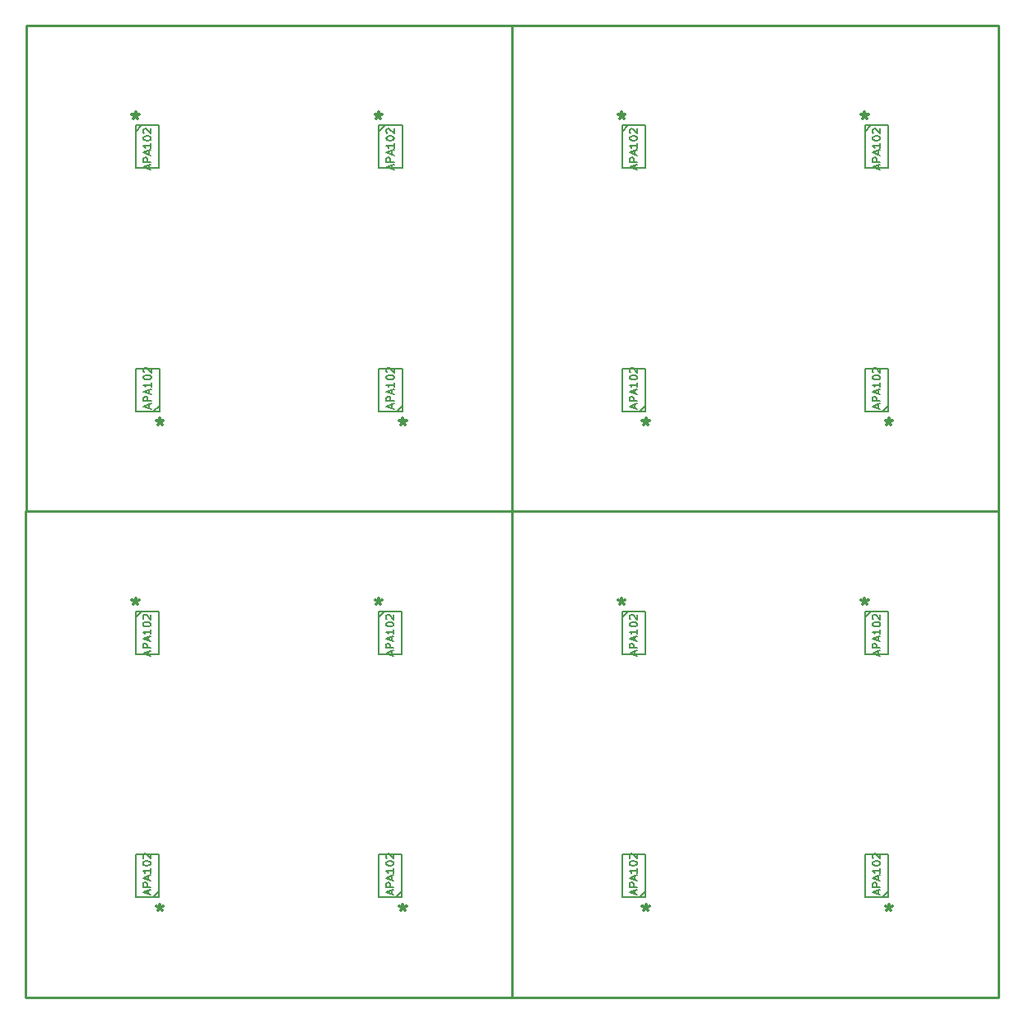
<source format=gbr>
G04 #@! TF.FileFunction,Legend,Top*
%FSLAX46Y46*%
G04 Gerber Fmt 4.6, Leading zero omitted, Abs format (unit mm)*
G04 Created by KiCad (PCBNEW 4.0.2-stable) date Onsdag 20 Juli 2016 10:28:16*
%MOMM*%
G01*
G04 APERTURE LIST*
%ADD10C,0.100000*%
%ADD11C,0.300000*%
%ADD12C,0.254000*%
%ADD13C,0.150000*%
G04 APERTURE END LIST*
D10*
D11*
X63750001Y-140428571D02*
X63750001Y-140785714D01*
X63392858Y-140642857D02*
X63750001Y-140785714D01*
X64107143Y-140642857D01*
X63535715Y-141071429D02*
X63750001Y-140785714D01*
X63964286Y-141071429D01*
X88750001Y-140428571D02*
X88750001Y-140785714D01*
X88392858Y-140642857D02*
X88750001Y-140785714D01*
X89107143Y-140642857D01*
X88535715Y-141071429D02*
X88750001Y-140785714D01*
X88964286Y-141071429D01*
X113750001Y-140428571D02*
X113750001Y-140785714D01*
X113392858Y-140642857D02*
X113750001Y-140785714D01*
X114107143Y-140642857D01*
X113535715Y-141071429D02*
X113750001Y-140785714D01*
X113964286Y-141071429D01*
X138750001Y-140428571D02*
X138750001Y-140785714D01*
X138392858Y-140642857D02*
X138750001Y-140785714D01*
X139107143Y-140642857D01*
X138535715Y-141071429D02*
X138750001Y-140785714D01*
X138964286Y-141071429D01*
X63750001Y-90428571D02*
X63750001Y-90785714D01*
X63392858Y-90642857D02*
X63750001Y-90785714D01*
X64107143Y-90642857D01*
X63535715Y-91071429D02*
X63750001Y-90785714D01*
X63964286Y-91071429D01*
X88750001Y-90428571D02*
X88750001Y-90785714D01*
X88392858Y-90642857D02*
X88750001Y-90785714D01*
X89107143Y-90642857D01*
X88535715Y-91071429D02*
X88750001Y-90785714D01*
X88964286Y-91071429D01*
X113750001Y-90428571D02*
X113750001Y-90785714D01*
X113392858Y-90642857D02*
X113750001Y-90785714D01*
X114107143Y-90642857D01*
X113535715Y-91071429D02*
X113750001Y-90785714D01*
X113964286Y-91071429D01*
X138750001Y-90428571D02*
X138750001Y-90785714D01*
X138392858Y-90642857D02*
X138750001Y-90785714D01*
X139107143Y-90642857D01*
X138535715Y-91071429D02*
X138750001Y-90785714D01*
X138964286Y-91071429D01*
X61250001Y-108928571D02*
X61250001Y-109285714D01*
X60892858Y-109142857D02*
X61250001Y-109285714D01*
X61607143Y-109142857D01*
X61035715Y-109571429D02*
X61250001Y-109285714D01*
X61464286Y-109571429D01*
X86250001Y-108928571D02*
X86250001Y-109285714D01*
X85892858Y-109142857D02*
X86250001Y-109285714D01*
X86607143Y-109142857D01*
X86035715Y-109571429D02*
X86250001Y-109285714D01*
X86464286Y-109571429D01*
X111250001Y-108928571D02*
X111250001Y-109285714D01*
X110892858Y-109142857D02*
X111250001Y-109285714D01*
X111607143Y-109142857D01*
X111035715Y-109571429D02*
X111250001Y-109285714D01*
X111464286Y-109571429D01*
X136250001Y-108928571D02*
X136250001Y-109285714D01*
X135892858Y-109142857D02*
X136250001Y-109285714D01*
X136607143Y-109142857D01*
X136035715Y-109571429D02*
X136250001Y-109285714D01*
X136464286Y-109571429D01*
X136250001Y-58928571D02*
X136250001Y-59285714D01*
X135892858Y-59142857D02*
X136250001Y-59285714D01*
X136607143Y-59142857D01*
X136035715Y-59571429D02*
X136250001Y-59285714D01*
X136464286Y-59571429D01*
X111250001Y-58928571D02*
X111250001Y-59285714D01*
X110892858Y-59142857D02*
X111250001Y-59285714D01*
X111607143Y-59142857D01*
X111035715Y-59571429D02*
X111250001Y-59285714D01*
X111464286Y-59571429D01*
X86250001Y-58928571D02*
X86250001Y-59285714D01*
X85892858Y-59142857D02*
X86250001Y-59285714D01*
X86607143Y-59142857D01*
X86035715Y-59571429D02*
X86250001Y-59285714D01*
X86464286Y-59571429D01*
X61250001Y-58928571D02*
X61250001Y-59285714D01*
X60892858Y-59142857D02*
X61250001Y-59285714D01*
X61607143Y-59142857D01*
X61035715Y-59571429D02*
X61250001Y-59285714D01*
X61464286Y-59571429D01*
D12*
X50000000Y-100000000D02*
X50000000Y-50000000D01*
X50000000Y-50000000D02*
X100000000Y-50000000D01*
X100000000Y-50000000D02*
X100000000Y-100000000D01*
X100000000Y-100000000D02*
X50000000Y-100000000D01*
X100000000Y-100000000D02*
X100000000Y-50000000D01*
X100000000Y-50000000D02*
X150000000Y-50000000D01*
X150000000Y-50000000D02*
X150000000Y-100000000D01*
X150000000Y-100000000D02*
X100000000Y-100000000D01*
X49952000Y-150001000D02*
X49952000Y-100001000D01*
X49952000Y-100001000D02*
X99952000Y-100001000D01*
X99952000Y-100001000D02*
X99952000Y-150001000D01*
X99952000Y-150001000D02*
X49952000Y-150001000D01*
X100000000Y-150000000D02*
X100000000Y-100000000D01*
X100000000Y-100000000D02*
X150000000Y-100000000D01*
X150000000Y-100000000D02*
X150000000Y-150000000D01*
X150000000Y-150000000D02*
X100000000Y-150000000D01*
D13*
X61890000Y-60300000D02*
X61290000Y-60900000D01*
X61290000Y-64700000D02*
X61290000Y-60700000D01*
X63690000Y-60300000D02*
X63690000Y-64700000D01*
X61290000Y-60700000D02*
X61290000Y-60300000D01*
X63690000Y-64700000D02*
X61290000Y-64700000D01*
X63690000Y-60300000D02*
X61290000Y-60300000D01*
X86900000Y-60300000D02*
X86300000Y-60900000D01*
X86300000Y-64700000D02*
X86300000Y-60700000D01*
X88700000Y-60300000D02*
X88700000Y-64700000D01*
X86300000Y-60700000D02*
X86300000Y-60300000D01*
X88700000Y-64700000D02*
X86300000Y-64700000D01*
X88700000Y-60300000D02*
X86300000Y-60300000D01*
X111900000Y-60300000D02*
X111300000Y-60900000D01*
X111300000Y-64700000D02*
X111300000Y-60700000D01*
X113700000Y-60300000D02*
X113700000Y-64700000D01*
X111300000Y-60700000D02*
X111300000Y-60300000D01*
X113700000Y-64700000D02*
X111300000Y-64700000D01*
X113700000Y-60300000D02*
X111300000Y-60300000D01*
X136890000Y-60300000D02*
X136290000Y-60900000D01*
X136290000Y-64700000D02*
X136290000Y-60700000D01*
X138690000Y-60300000D02*
X138690000Y-64700000D01*
X136290000Y-60700000D02*
X136290000Y-60300000D01*
X138690000Y-64700000D02*
X136290000Y-64700000D01*
X138690000Y-60300000D02*
X136290000Y-60300000D01*
X138090000Y-89700000D02*
X138690000Y-89100000D01*
X138690000Y-85300000D02*
X138690000Y-89300000D01*
X136290000Y-89700000D02*
X136290000Y-85300000D01*
X138690000Y-89300000D02*
X138690000Y-89700000D01*
X136290000Y-85300000D02*
X138690000Y-85300000D01*
X136290000Y-89700000D02*
X138690000Y-89700000D01*
X113100000Y-89700000D02*
X113700000Y-89100000D01*
X113700000Y-85300000D02*
X113700000Y-89300000D01*
X111300000Y-89700000D02*
X111300000Y-85300000D01*
X113700000Y-89300000D02*
X113700000Y-89700000D01*
X111300000Y-85300000D02*
X113700000Y-85300000D01*
X111300000Y-89700000D02*
X113700000Y-89700000D01*
X88100000Y-89700000D02*
X88700000Y-89100000D01*
X88700000Y-85300000D02*
X88700000Y-89300000D01*
X86300000Y-89700000D02*
X86300000Y-85300000D01*
X88700000Y-89300000D02*
X88700000Y-89700000D01*
X86300000Y-85300000D02*
X88700000Y-85300000D01*
X86300000Y-89700000D02*
X88700000Y-89700000D01*
X63100000Y-89700000D02*
X63700000Y-89100000D01*
X63700000Y-85300000D02*
X63700000Y-89300000D01*
X61300000Y-89700000D02*
X61300000Y-85300000D01*
X63700000Y-89300000D02*
X63700000Y-89700000D01*
X61300000Y-85300000D02*
X63700000Y-85300000D01*
X61300000Y-89700000D02*
X63700000Y-89700000D01*
X61850000Y-110310000D02*
X61250000Y-110910000D01*
X61250000Y-114710000D02*
X61250000Y-110710000D01*
X63650000Y-110310000D02*
X63650000Y-114710000D01*
X61250000Y-110710000D02*
X61250000Y-110310000D01*
X63650000Y-114710000D02*
X61250000Y-114710000D01*
X63650000Y-110310000D02*
X61250000Y-110310000D01*
X86850000Y-110300000D02*
X86250000Y-110900000D01*
X86250000Y-114700000D02*
X86250000Y-110700000D01*
X88650000Y-110300000D02*
X88650000Y-114700000D01*
X86250000Y-110700000D02*
X86250000Y-110300000D01*
X88650000Y-114700000D02*
X86250000Y-114700000D01*
X88650000Y-110300000D02*
X86250000Y-110300000D01*
X111900000Y-110300000D02*
X111300000Y-110900000D01*
X111300000Y-114700000D02*
X111300000Y-110700000D01*
X113700000Y-110300000D02*
X113700000Y-114700000D01*
X111300000Y-110700000D02*
X111300000Y-110300000D01*
X113700000Y-114700000D02*
X111300000Y-114700000D01*
X113700000Y-110300000D02*
X111300000Y-110300000D01*
X136900000Y-110300000D02*
X136300000Y-110900000D01*
X136300000Y-114700000D02*
X136300000Y-110700000D01*
X138700000Y-110300000D02*
X138700000Y-114700000D01*
X136300000Y-110700000D02*
X136300000Y-110300000D01*
X138700000Y-114700000D02*
X136300000Y-114700000D01*
X138700000Y-110300000D02*
X136300000Y-110300000D01*
X138090000Y-139700000D02*
X138690000Y-139100000D01*
X138690000Y-135300000D02*
X138690000Y-139300000D01*
X136290000Y-139700000D02*
X136290000Y-135300000D01*
X138690000Y-139300000D02*
X138690000Y-139700000D01*
X136290000Y-135300000D02*
X138690000Y-135300000D01*
X136290000Y-139700000D02*
X138690000Y-139700000D01*
X113090000Y-139700000D02*
X113690000Y-139100000D01*
X113690000Y-135300000D02*
X113690000Y-139300000D01*
X111290000Y-139700000D02*
X111290000Y-135300000D01*
X113690000Y-139300000D02*
X113690000Y-139700000D01*
X111290000Y-135300000D02*
X113690000Y-135300000D01*
X111290000Y-139700000D02*
X113690000Y-139700000D01*
X88050000Y-139700000D02*
X88650000Y-139100000D01*
X88650000Y-135300000D02*
X88650000Y-139300000D01*
X86250000Y-139700000D02*
X86250000Y-135300000D01*
X88650000Y-139300000D02*
X88650000Y-139700000D01*
X86250000Y-135300000D02*
X88650000Y-135300000D01*
X86250000Y-139700000D02*
X88650000Y-139700000D01*
X63050000Y-139700000D02*
X63650000Y-139100000D01*
X63650000Y-135300000D02*
X63650000Y-139300000D01*
X61250000Y-139700000D02*
X61250000Y-135300000D01*
X63650000Y-139300000D02*
X63650000Y-139700000D01*
X61250000Y-135300000D02*
X63650000Y-135300000D01*
X61250000Y-139700000D02*
X63650000Y-139700000D01*
X62623333Y-64776190D02*
X62623333Y-64395238D01*
X62851905Y-64852381D02*
X62051905Y-64585714D01*
X62851905Y-64319047D01*
X62851905Y-64052381D02*
X62051905Y-64052381D01*
X62051905Y-63747619D01*
X62090000Y-63671428D01*
X62128095Y-63633333D01*
X62204286Y-63595238D01*
X62318571Y-63595238D01*
X62394762Y-63633333D01*
X62432857Y-63671428D01*
X62470952Y-63747619D01*
X62470952Y-64052381D01*
X62623333Y-63290476D02*
X62623333Y-62909524D01*
X62851905Y-63366667D02*
X62051905Y-63100000D01*
X62851905Y-62833333D01*
X62851905Y-62147619D02*
X62851905Y-62604762D01*
X62851905Y-62376191D02*
X62051905Y-62376191D01*
X62166190Y-62452381D01*
X62242381Y-62528572D01*
X62280476Y-62604762D01*
X62051905Y-61652381D02*
X62051905Y-61576190D01*
X62090000Y-61500000D01*
X62128095Y-61461905D01*
X62204286Y-61423809D01*
X62356667Y-61385714D01*
X62547143Y-61385714D01*
X62699524Y-61423809D01*
X62775714Y-61461905D01*
X62813810Y-61500000D01*
X62851905Y-61576190D01*
X62851905Y-61652381D01*
X62813810Y-61728571D01*
X62775714Y-61766667D01*
X62699524Y-61804762D01*
X62547143Y-61842857D01*
X62356667Y-61842857D01*
X62204286Y-61804762D01*
X62128095Y-61766667D01*
X62090000Y-61728571D01*
X62051905Y-61652381D01*
X62128095Y-61080952D02*
X62090000Y-61042857D01*
X62051905Y-60966666D01*
X62051905Y-60776190D01*
X62090000Y-60700000D01*
X62128095Y-60661904D01*
X62204286Y-60623809D01*
X62280476Y-60623809D01*
X62394762Y-60661904D01*
X62851905Y-61119047D01*
X62851905Y-60623809D01*
X87633333Y-64776190D02*
X87633333Y-64395238D01*
X87861905Y-64852381D02*
X87061905Y-64585714D01*
X87861905Y-64319047D01*
X87861905Y-64052381D02*
X87061905Y-64052381D01*
X87061905Y-63747619D01*
X87100000Y-63671428D01*
X87138095Y-63633333D01*
X87214286Y-63595238D01*
X87328571Y-63595238D01*
X87404762Y-63633333D01*
X87442857Y-63671428D01*
X87480952Y-63747619D01*
X87480952Y-64052381D01*
X87633333Y-63290476D02*
X87633333Y-62909524D01*
X87861905Y-63366667D02*
X87061905Y-63100000D01*
X87861905Y-62833333D01*
X87861905Y-62147619D02*
X87861905Y-62604762D01*
X87861905Y-62376191D02*
X87061905Y-62376191D01*
X87176190Y-62452381D01*
X87252381Y-62528572D01*
X87290476Y-62604762D01*
X87061905Y-61652381D02*
X87061905Y-61576190D01*
X87100000Y-61500000D01*
X87138095Y-61461905D01*
X87214286Y-61423809D01*
X87366667Y-61385714D01*
X87557143Y-61385714D01*
X87709524Y-61423809D01*
X87785714Y-61461905D01*
X87823810Y-61500000D01*
X87861905Y-61576190D01*
X87861905Y-61652381D01*
X87823810Y-61728571D01*
X87785714Y-61766667D01*
X87709524Y-61804762D01*
X87557143Y-61842857D01*
X87366667Y-61842857D01*
X87214286Y-61804762D01*
X87138095Y-61766667D01*
X87100000Y-61728571D01*
X87061905Y-61652381D01*
X87138095Y-61080952D02*
X87100000Y-61042857D01*
X87061905Y-60966666D01*
X87061905Y-60776190D01*
X87100000Y-60700000D01*
X87138095Y-60661904D01*
X87214286Y-60623809D01*
X87290476Y-60623809D01*
X87404762Y-60661904D01*
X87861905Y-61119047D01*
X87861905Y-60623809D01*
X112633333Y-64776190D02*
X112633333Y-64395238D01*
X112861905Y-64852381D02*
X112061905Y-64585714D01*
X112861905Y-64319047D01*
X112861905Y-64052381D02*
X112061905Y-64052381D01*
X112061905Y-63747619D01*
X112100000Y-63671428D01*
X112138095Y-63633333D01*
X112214286Y-63595238D01*
X112328571Y-63595238D01*
X112404762Y-63633333D01*
X112442857Y-63671428D01*
X112480952Y-63747619D01*
X112480952Y-64052381D01*
X112633333Y-63290476D02*
X112633333Y-62909524D01*
X112861905Y-63366667D02*
X112061905Y-63100000D01*
X112861905Y-62833333D01*
X112861905Y-62147619D02*
X112861905Y-62604762D01*
X112861905Y-62376191D02*
X112061905Y-62376191D01*
X112176190Y-62452381D01*
X112252381Y-62528572D01*
X112290476Y-62604762D01*
X112061905Y-61652381D02*
X112061905Y-61576190D01*
X112100000Y-61500000D01*
X112138095Y-61461905D01*
X112214286Y-61423809D01*
X112366667Y-61385714D01*
X112557143Y-61385714D01*
X112709524Y-61423809D01*
X112785714Y-61461905D01*
X112823810Y-61500000D01*
X112861905Y-61576190D01*
X112861905Y-61652381D01*
X112823810Y-61728571D01*
X112785714Y-61766667D01*
X112709524Y-61804762D01*
X112557143Y-61842857D01*
X112366667Y-61842857D01*
X112214286Y-61804762D01*
X112138095Y-61766667D01*
X112100000Y-61728571D01*
X112061905Y-61652381D01*
X112138095Y-61080952D02*
X112100000Y-61042857D01*
X112061905Y-60966666D01*
X112061905Y-60776190D01*
X112100000Y-60700000D01*
X112138095Y-60661904D01*
X112214286Y-60623809D01*
X112290476Y-60623809D01*
X112404762Y-60661904D01*
X112861905Y-61119047D01*
X112861905Y-60623809D01*
X137623333Y-64776190D02*
X137623333Y-64395238D01*
X137851905Y-64852381D02*
X137051905Y-64585714D01*
X137851905Y-64319047D01*
X137851905Y-64052381D02*
X137051905Y-64052381D01*
X137051905Y-63747619D01*
X137090000Y-63671428D01*
X137128095Y-63633333D01*
X137204286Y-63595238D01*
X137318571Y-63595238D01*
X137394762Y-63633333D01*
X137432857Y-63671428D01*
X137470952Y-63747619D01*
X137470952Y-64052381D01*
X137623333Y-63290476D02*
X137623333Y-62909524D01*
X137851905Y-63366667D02*
X137051905Y-63100000D01*
X137851905Y-62833333D01*
X137851905Y-62147619D02*
X137851905Y-62604762D01*
X137851905Y-62376191D02*
X137051905Y-62376191D01*
X137166190Y-62452381D01*
X137242381Y-62528572D01*
X137280476Y-62604762D01*
X137051905Y-61652381D02*
X137051905Y-61576190D01*
X137090000Y-61500000D01*
X137128095Y-61461905D01*
X137204286Y-61423809D01*
X137356667Y-61385714D01*
X137547143Y-61385714D01*
X137699524Y-61423809D01*
X137775714Y-61461905D01*
X137813810Y-61500000D01*
X137851905Y-61576190D01*
X137851905Y-61652381D01*
X137813810Y-61728571D01*
X137775714Y-61766667D01*
X137699524Y-61804762D01*
X137547143Y-61842857D01*
X137356667Y-61842857D01*
X137204286Y-61804762D01*
X137128095Y-61766667D01*
X137090000Y-61728571D01*
X137051905Y-61652381D01*
X137128095Y-61080952D02*
X137090000Y-61042857D01*
X137051905Y-60966666D01*
X137051905Y-60776190D01*
X137090000Y-60700000D01*
X137128095Y-60661904D01*
X137204286Y-60623809D01*
X137280476Y-60623809D01*
X137394762Y-60661904D01*
X137851905Y-61119047D01*
X137851905Y-60623809D01*
X137623333Y-89376190D02*
X137623333Y-88995238D01*
X137851905Y-89452381D02*
X137051905Y-89185714D01*
X137851905Y-88919047D01*
X137851905Y-88652381D02*
X137051905Y-88652381D01*
X137051905Y-88347619D01*
X137090000Y-88271428D01*
X137128095Y-88233333D01*
X137204286Y-88195238D01*
X137318571Y-88195238D01*
X137394762Y-88233333D01*
X137432857Y-88271428D01*
X137470952Y-88347619D01*
X137470952Y-88652381D01*
X137623333Y-87890476D02*
X137623333Y-87509524D01*
X137851905Y-87966667D02*
X137051905Y-87700000D01*
X137851905Y-87433333D01*
X137851905Y-86747619D02*
X137851905Y-87204762D01*
X137851905Y-86976191D02*
X137051905Y-86976191D01*
X137166190Y-87052381D01*
X137242381Y-87128572D01*
X137280476Y-87204762D01*
X137051905Y-86252381D02*
X137051905Y-86176190D01*
X137090000Y-86100000D01*
X137128095Y-86061905D01*
X137204286Y-86023809D01*
X137356667Y-85985714D01*
X137547143Y-85985714D01*
X137699524Y-86023809D01*
X137775714Y-86061905D01*
X137813810Y-86100000D01*
X137851905Y-86176190D01*
X137851905Y-86252381D01*
X137813810Y-86328571D01*
X137775714Y-86366667D01*
X137699524Y-86404762D01*
X137547143Y-86442857D01*
X137356667Y-86442857D01*
X137204286Y-86404762D01*
X137128095Y-86366667D01*
X137090000Y-86328571D01*
X137051905Y-86252381D01*
X137128095Y-85680952D02*
X137090000Y-85642857D01*
X137051905Y-85566666D01*
X137051905Y-85376190D01*
X137090000Y-85300000D01*
X137128095Y-85261904D01*
X137204286Y-85223809D01*
X137280476Y-85223809D01*
X137394762Y-85261904D01*
X137851905Y-85719047D01*
X137851905Y-85223809D01*
X112633333Y-89376190D02*
X112633333Y-88995238D01*
X112861905Y-89452381D02*
X112061905Y-89185714D01*
X112861905Y-88919047D01*
X112861905Y-88652381D02*
X112061905Y-88652381D01*
X112061905Y-88347619D01*
X112100000Y-88271428D01*
X112138095Y-88233333D01*
X112214286Y-88195238D01*
X112328571Y-88195238D01*
X112404762Y-88233333D01*
X112442857Y-88271428D01*
X112480952Y-88347619D01*
X112480952Y-88652381D01*
X112633333Y-87890476D02*
X112633333Y-87509524D01*
X112861905Y-87966667D02*
X112061905Y-87700000D01*
X112861905Y-87433333D01*
X112861905Y-86747619D02*
X112861905Y-87204762D01*
X112861905Y-86976191D02*
X112061905Y-86976191D01*
X112176190Y-87052381D01*
X112252381Y-87128572D01*
X112290476Y-87204762D01*
X112061905Y-86252381D02*
X112061905Y-86176190D01*
X112100000Y-86100000D01*
X112138095Y-86061905D01*
X112214286Y-86023809D01*
X112366667Y-85985714D01*
X112557143Y-85985714D01*
X112709524Y-86023809D01*
X112785714Y-86061905D01*
X112823810Y-86100000D01*
X112861905Y-86176190D01*
X112861905Y-86252381D01*
X112823810Y-86328571D01*
X112785714Y-86366667D01*
X112709524Y-86404762D01*
X112557143Y-86442857D01*
X112366667Y-86442857D01*
X112214286Y-86404762D01*
X112138095Y-86366667D01*
X112100000Y-86328571D01*
X112061905Y-86252381D01*
X112138095Y-85680952D02*
X112100000Y-85642857D01*
X112061905Y-85566666D01*
X112061905Y-85376190D01*
X112100000Y-85300000D01*
X112138095Y-85261904D01*
X112214286Y-85223809D01*
X112290476Y-85223809D01*
X112404762Y-85261904D01*
X112861905Y-85719047D01*
X112861905Y-85223809D01*
X87633333Y-89376190D02*
X87633333Y-88995238D01*
X87861905Y-89452381D02*
X87061905Y-89185714D01*
X87861905Y-88919047D01*
X87861905Y-88652381D02*
X87061905Y-88652381D01*
X87061905Y-88347619D01*
X87100000Y-88271428D01*
X87138095Y-88233333D01*
X87214286Y-88195238D01*
X87328571Y-88195238D01*
X87404762Y-88233333D01*
X87442857Y-88271428D01*
X87480952Y-88347619D01*
X87480952Y-88652381D01*
X87633333Y-87890476D02*
X87633333Y-87509524D01*
X87861905Y-87966667D02*
X87061905Y-87700000D01*
X87861905Y-87433333D01*
X87861905Y-86747619D02*
X87861905Y-87204762D01*
X87861905Y-86976191D02*
X87061905Y-86976191D01*
X87176190Y-87052381D01*
X87252381Y-87128572D01*
X87290476Y-87204762D01*
X87061905Y-86252381D02*
X87061905Y-86176190D01*
X87100000Y-86100000D01*
X87138095Y-86061905D01*
X87214286Y-86023809D01*
X87366667Y-85985714D01*
X87557143Y-85985714D01*
X87709524Y-86023809D01*
X87785714Y-86061905D01*
X87823810Y-86100000D01*
X87861905Y-86176190D01*
X87861905Y-86252381D01*
X87823810Y-86328571D01*
X87785714Y-86366667D01*
X87709524Y-86404762D01*
X87557143Y-86442857D01*
X87366667Y-86442857D01*
X87214286Y-86404762D01*
X87138095Y-86366667D01*
X87100000Y-86328571D01*
X87061905Y-86252381D01*
X87138095Y-85680952D02*
X87100000Y-85642857D01*
X87061905Y-85566666D01*
X87061905Y-85376190D01*
X87100000Y-85300000D01*
X87138095Y-85261904D01*
X87214286Y-85223809D01*
X87290476Y-85223809D01*
X87404762Y-85261904D01*
X87861905Y-85719047D01*
X87861905Y-85223809D01*
X62633333Y-89376190D02*
X62633333Y-88995238D01*
X62861905Y-89452381D02*
X62061905Y-89185714D01*
X62861905Y-88919047D01*
X62861905Y-88652381D02*
X62061905Y-88652381D01*
X62061905Y-88347619D01*
X62100000Y-88271428D01*
X62138095Y-88233333D01*
X62214286Y-88195238D01*
X62328571Y-88195238D01*
X62404762Y-88233333D01*
X62442857Y-88271428D01*
X62480952Y-88347619D01*
X62480952Y-88652381D01*
X62633333Y-87890476D02*
X62633333Y-87509524D01*
X62861905Y-87966667D02*
X62061905Y-87700000D01*
X62861905Y-87433333D01*
X62861905Y-86747619D02*
X62861905Y-87204762D01*
X62861905Y-86976191D02*
X62061905Y-86976191D01*
X62176190Y-87052381D01*
X62252381Y-87128572D01*
X62290476Y-87204762D01*
X62061905Y-86252381D02*
X62061905Y-86176190D01*
X62100000Y-86100000D01*
X62138095Y-86061905D01*
X62214286Y-86023809D01*
X62366667Y-85985714D01*
X62557143Y-85985714D01*
X62709524Y-86023809D01*
X62785714Y-86061905D01*
X62823810Y-86100000D01*
X62861905Y-86176190D01*
X62861905Y-86252381D01*
X62823810Y-86328571D01*
X62785714Y-86366667D01*
X62709524Y-86404762D01*
X62557143Y-86442857D01*
X62366667Y-86442857D01*
X62214286Y-86404762D01*
X62138095Y-86366667D01*
X62100000Y-86328571D01*
X62061905Y-86252381D01*
X62138095Y-85680952D02*
X62100000Y-85642857D01*
X62061905Y-85566666D01*
X62061905Y-85376190D01*
X62100000Y-85300000D01*
X62138095Y-85261904D01*
X62214286Y-85223809D01*
X62290476Y-85223809D01*
X62404762Y-85261904D01*
X62861905Y-85719047D01*
X62861905Y-85223809D01*
X62583333Y-114786190D02*
X62583333Y-114405238D01*
X62811905Y-114862381D02*
X62011905Y-114595714D01*
X62811905Y-114329047D01*
X62811905Y-114062381D02*
X62011905Y-114062381D01*
X62011905Y-113757619D01*
X62050000Y-113681428D01*
X62088095Y-113643333D01*
X62164286Y-113605238D01*
X62278571Y-113605238D01*
X62354762Y-113643333D01*
X62392857Y-113681428D01*
X62430952Y-113757619D01*
X62430952Y-114062381D01*
X62583333Y-113300476D02*
X62583333Y-112919524D01*
X62811905Y-113376667D02*
X62011905Y-113110000D01*
X62811905Y-112843333D01*
X62811905Y-112157619D02*
X62811905Y-112614762D01*
X62811905Y-112386191D02*
X62011905Y-112386191D01*
X62126190Y-112462381D01*
X62202381Y-112538572D01*
X62240476Y-112614762D01*
X62011905Y-111662381D02*
X62011905Y-111586190D01*
X62050000Y-111510000D01*
X62088095Y-111471905D01*
X62164286Y-111433809D01*
X62316667Y-111395714D01*
X62507143Y-111395714D01*
X62659524Y-111433809D01*
X62735714Y-111471905D01*
X62773810Y-111510000D01*
X62811905Y-111586190D01*
X62811905Y-111662381D01*
X62773810Y-111738571D01*
X62735714Y-111776667D01*
X62659524Y-111814762D01*
X62507143Y-111852857D01*
X62316667Y-111852857D01*
X62164286Y-111814762D01*
X62088095Y-111776667D01*
X62050000Y-111738571D01*
X62011905Y-111662381D01*
X62088095Y-111090952D02*
X62050000Y-111052857D01*
X62011905Y-110976666D01*
X62011905Y-110786190D01*
X62050000Y-110710000D01*
X62088095Y-110671904D01*
X62164286Y-110633809D01*
X62240476Y-110633809D01*
X62354762Y-110671904D01*
X62811905Y-111129047D01*
X62811905Y-110633809D01*
X87583333Y-114776190D02*
X87583333Y-114395238D01*
X87811905Y-114852381D02*
X87011905Y-114585714D01*
X87811905Y-114319047D01*
X87811905Y-114052381D02*
X87011905Y-114052381D01*
X87011905Y-113747619D01*
X87050000Y-113671428D01*
X87088095Y-113633333D01*
X87164286Y-113595238D01*
X87278571Y-113595238D01*
X87354762Y-113633333D01*
X87392857Y-113671428D01*
X87430952Y-113747619D01*
X87430952Y-114052381D01*
X87583333Y-113290476D02*
X87583333Y-112909524D01*
X87811905Y-113366667D02*
X87011905Y-113100000D01*
X87811905Y-112833333D01*
X87811905Y-112147619D02*
X87811905Y-112604762D01*
X87811905Y-112376191D02*
X87011905Y-112376191D01*
X87126190Y-112452381D01*
X87202381Y-112528572D01*
X87240476Y-112604762D01*
X87011905Y-111652381D02*
X87011905Y-111576190D01*
X87050000Y-111500000D01*
X87088095Y-111461905D01*
X87164286Y-111423809D01*
X87316667Y-111385714D01*
X87507143Y-111385714D01*
X87659524Y-111423809D01*
X87735714Y-111461905D01*
X87773810Y-111500000D01*
X87811905Y-111576190D01*
X87811905Y-111652381D01*
X87773810Y-111728571D01*
X87735714Y-111766667D01*
X87659524Y-111804762D01*
X87507143Y-111842857D01*
X87316667Y-111842857D01*
X87164286Y-111804762D01*
X87088095Y-111766667D01*
X87050000Y-111728571D01*
X87011905Y-111652381D01*
X87088095Y-111080952D02*
X87050000Y-111042857D01*
X87011905Y-110966666D01*
X87011905Y-110776190D01*
X87050000Y-110700000D01*
X87088095Y-110661904D01*
X87164286Y-110623809D01*
X87240476Y-110623809D01*
X87354762Y-110661904D01*
X87811905Y-111119047D01*
X87811905Y-110623809D01*
X112633333Y-114776190D02*
X112633333Y-114395238D01*
X112861905Y-114852381D02*
X112061905Y-114585714D01*
X112861905Y-114319047D01*
X112861905Y-114052381D02*
X112061905Y-114052381D01*
X112061905Y-113747619D01*
X112100000Y-113671428D01*
X112138095Y-113633333D01*
X112214286Y-113595238D01*
X112328571Y-113595238D01*
X112404762Y-113633333D01*
X112442857Y-113671428D01*
X112480952Y-113747619D01*
X112480952Y-114052381D01*
X112633333Y-113290476D02*
X112633333Y-112909524D01*
X112861905Y-113366667D02*
X112061905Y-113100000D01*
X112861905Y-112833333D01*
X112861905Y-112147619D02*
X112861905Y-112604762D01*
X112861905Y-112376191D02*
X112061905Y-112376191D01*
X112176190Y-112452381D01*
X112252381Y-112528572D01*
X112290476Y-112604762D01*
X112061905Y-111652381D02*
X112061905Y-111576190D01*
X112100000Y-111500000D01*
X112138095Y-111461905D01*
X112214286Y-111423809D01*
X112366667Y-111385714D01*
X112557143Y-111385714D01*
X112709524Y-111423809D01*
X112785714Y-111461905D01*
X112823810Y-111500000D01*
X112861905Y-111576190D01*
X112861905Y-111652381D01*
X112823810Y-111728571D01*
X112785714Y-111766667D01*
X112709524Y-111804762D01*
X112557143Y-111842857D01*
X112366667Y-111842857D01*
X112214286Y-111804762D01*
X112138095Y-111766667D01*
X112100000Y-111728571D01*
X112061905Y-111652381D01*
X112138095Y-111080952D02*
X112100000Y-111042857D01*
X112061905Y-110966666D01*
X112061905Y-110776190D01*
X112100000Y-110700000D01*
X112138095Y-110661904D01*
X112214286Y-110623809D01*
X112290476Y-110623809D01*
X112404762Y-110661904D01*
X112861905Y-111119047D01*
X112861905Y-110623809D01*
X137633333Y-114776190D02*
X137633333Y-114395238D01*
X137861905Y-114852381D02*
X137061905Y-114585714D01*
X137861905Y-114319047D01*
X137861905Y-114052381D02*
X137061905Y-114052381D01*
X137061905Y-113747619D01*
X137100000Y-113671428D01*
X137138095Y-113633333D01*
X137214286Y-113595238D01*
X137328571Y-113595238D01*
X137404762Y-113633333D01*
X137442857Y-113671428D01*
X137480952Y-113747619D01*
X137480952Y-114052381D01*
X137633333Y-113290476D02*
X137633333Y-112909524D01*
X137861905Y-113366667D02*
X137061905Y-113100000D01*
X137861905Y-112833333D01*
X137861905Y-112147619D02*
X137861905Y-112604762D01*
X137861905Y-112376191D02*
X137061905Y-112376191D01*
X137176190Y-112452381D01*
X137252381Y-112528572D01*
X137290476Y-112604762D01*
X137061905Y-111652381D02*
X137061905Y-111576190D01*
X137100000Y-111500000D01*
X137138095Y-111461905D01*
X137214286Y-111423809D01*
X137366667Y-111385714D01*
X137557143Y-111385714D01*
X137709524Y-111423809D01*
X137785714Y-111461905D01*
X137823810Y-111500000D01*
X137861905Y-111576190D01*
X137861905Y-111652381D01*
X137823810Y-111728571D01*
X137785714Y-111766667D01*
X137709524Y-111804762D01*
X137557143Y-111842857D01*
X137366667Y-111842857D01*
X137214286Y-111804762D01*
X137138095Y-111766667D01*
X137100000Y-111728571D01*
X137061905Y-111652381D01*
X137138095Y-111080952D02*
X137100000Y-111042857D01*
X137061905Y-110966666D01*
X137061905Y-110776190D01*
X137100000Y-110700000D01*
X137138095Y-110661904D01*
X137214286Y-110623809D01*
X137290476Y-110623809D01*
X137404762Y-110661904D01*
X137861905Y-111119047D01*
X137861905Y-110623809D01*
X137623333Y-139376190D02*
X137623333Y-138995238D01*
X137851905Y-139452381D02*
X137051905Y-139185714D01*
X137851905Y-138919047D01*
X137851905Y-138652381D02*
X137051905Y-138652381D01*
X137051905Y-138347619D01*
X137090000Y-138271428D01*
X137128095Y-138233333D01*
X137204286Y-138195238D01*
X137318571Y-138195238D01*
X137394762Y-138233333D01*
X137432857Y-138271428D01*
X137470952Y-138347619D01*
X137470952Y-138652381D01*
X137623333Y-137890476D02*
X137623333Y-137509524D01*
X137851905Y-137966667D02*
X137051905Y-137700000D01*
X137851905Y-137433333D01*
X137851905Y-136747619D02*
X137851905Y-137204762D01*
X137851905Y-136976191D02*
X137051905Y-136976191D01*
X137166190Y-137052381D01*
X137242381Y-137128572D01*
X137280476Y-137204762D01*
X137051905Y-136252381D02*
X137051905Y-136176190D01*
X137090000Y-136100000D01*
X137128095Y-136061905D01*
X137204286Y-136023809D01*
X137356667Y-135985714D01*
X137547143Y-135985714D01*
X137699524Y-136023809D01*
X137775714Y-136061905D01*
X137813810Y-136100000D01*
X137851905Y-136176190D01*
X137851905Y-136252381D01*
X137813810Y-136328571D01*
X137775714Y-136366667D01*
X137699524Y-136404762D01*
X137547143Y-136442857D01*
X137356667Y-136442857D01*
X137204286Y-136404762D01*
X137128095Y-136366667D01*
X137090000Y-136328571D01*
X137051905Y-136252381D01*
X137128095Y-135680952D02*
X137090000Y-135642857D01*
X137051905Y-135566666D01*
X137051905Y-135376190D01*
X137090000Y-135300000D01*
X137128095Y-135261904D01*
X137204286Y-135223809D01*
X137280476Y-135223809D01*
X137394762Y-135261904D01*
X137851905Y-135719047D01*
X137851905Y-135223809D01*
X112623333Y-139376190D02*
X112623333Y-138995238D01*
X112851905Y-139452381D02*
X112051905Y-139185714D01*
X112851905Y-138919047D01*
X112851905Y-138652381D02*
X112051905Y-138652381D01*
X112051905Y-138347619D01*
X112090000Y-138271428D01*
X112128095Y-138233333D01*
X112204286Y-138195238D01*
X112318571Y-138195238D01*
X112394762Y-138233333D01*
X112432857Y-138271428D01*
X112470952Y-138347619D01*
X112470952Y-138652381D01*
X112623333Y-137890476D02*
X112623333Y-137509524D01*
X112851905Y-137966667D02*
X112051905Y-137700000D01*
X112851905Y-137433333D01*
X112851905Y-136747619D02*
X112851905Y-137204762D01*
X112851905Y-136976191D02*
X112051905Y-136976191D01*
X112166190Y-137052381D01*
X112242381Y-137128572D01*
X112280476Y-137204762D01*
X112051905Y-136252381D02*
X112051905Y-136176190D01*
X112090000Y-136100000D01*
X112128095Y-136061905D01*
X112204286Y-136023809D01*
X112356667Y-135985714D01*
X112547143Y-135985714D01*
X112699524Y-136023809D01*
X112775714Y-136061905D01*
X112813810Y-136100000D01*
X112851905Y-136176190D01*
X112851905Y-136252381D01*
X112813810Y-136328571D01*
X112775714Y-136366667D01*
X112699524Y-136404762D01*
X112547143Y-136442857D01*
X112356667Y-136442857D01*
X112204286Y-136404762D01*
X112128095Y-136366667D01*
X112090000Y-136328571D01*
X112051905Y-136252381D01*
X112128095Y-135680952D02*
X112090000Y-135642857D01*
X112051905Y-135566666D01*
X112051905Y-135376190D01*
X112090000Y-135300000D01*
X112128095Y-135261904D01*
X112204286Y-135223809D01*
X112280476Y-135223809D01*
X112394762Y-135261904D01*
X112851905Y-135719047D01*
X112851905Y-135223809D01*
X87583333Y-139376190D02*
X87583333Y-138995238D01*
X87811905Y-139452381D02*
X87011905Y-139185714D01*
X87811905Y-138919047D01*
X87811905Y-138652381D02*
X87011905Y-138652381D01*
X87011905Y-138347619D01*
X87050000Y-138271428D01*
X87088095Y-138233333D01*
X87164286Y-138195238D01*
X87278571Y-138195238D01*
X87354762Y-138233333D01*
X87392857Y-138271428D01*
X87430952Y-138347619D01*
X87430952Y-138652381D01*
X87583333Y-137890476D02*
X87583333Y-137509524D01*
X87811905Y-137966667D02*
X87011905Y-137700000D01*
X87811905Y-137433333D01*
X87811905Y-136747619D02*
X87811905Y-137204762D01*
X87811905Y-136976191D02*
X87011905Y-136976191D01*
X87126190Y-137052381D01*
X87202381Y-137128572D01*
X87240476Y-137204762D01*
X87011905Y-136252381D02*
X87011905Y-136176190D01*
X87050000Y-136100000D01*
X87088095Y-136061905D01*
X87164286Y-136023809D01*
X87316667Y-135985714D01*
X87507143Y-135985714D01*
X87659524Y-136023809D01*
X87735714Y-136061905D01*
X87773810Y-136100000D01*
X87811905Y-136176190D01*
X87811905Y-136252381D01*
X87773810Y-136328571D01*
X87735714Y-136366667D01*
X87659524Y-136404762D01*
X87507143Y-136442857D01*
X87316667Y-136442857D01*
X87164286Y-136404762D01*
X87088095Y-136366667D01*
X87050000Y-136328571D01*
X87011905Y-136252381D01*
X87088095Y-135680952D02*
X87050000Y-135642857D01*
X87011905Y-135566666D01*
X87011905Y-135376190D01*
X87050000Y-135300000D01*
X87088095Y-135261904D01*
X87164286Y-135223809D01*
X87240476Y-135223809D01*
X87354762Y-135261904D01*
X87811905Y-135719047D01*
X87811905Y-135223809D01*
X62583333Y-139376190D02*
X62583333Y-138995238D01*
X62811905Y-139452381D02*
X62011905Y-139185714D01*
X62811905Y-138919047D01*
X62811905Y-138652381D02*
X62011905Y-138652381D01*
X62011905Y-138347619D01*
X62050000Y-138271428D01*
X62088095Y-138233333D01*
X62164286Y-138195238D01*
X62278571Y-138195238D01*
X62354762Y-138233333D01*
X62392857Y-138271428D01*
X62430952Y-138347619D01*
X62430952Y-138652381D01*
X62583333Y-137890476D02*
X62583333Y-137509524D01*
X62811905Y-137966667D02*
X62011905Y-137700000D01*
X62811905Y-137433333D01*
X62811905Y-136747619D02*
X62811905Y-137204762D01*
X62811905Y-136976191D02*
X62011905Y-136976191D01*
X62126190Y-137052381D01*
X62202381Y-137128572D01*
X62240476Y-137204762D01*
X62011905Y-136252381D02*
X62011905Y-136176190D01*
X62050000Y-136100000D01*
X62088095Y-136061905D01*
X62164286Y-136023809D01*
X62316667Y-135985714D01*
X62507143Y-135985714D01*
X62659524Y-136023809D01*
X62735714Y-136061905D01*
X62773810Y-136100000D01*
X62811905Y-136176190D01*
X62811905Y-136252381D01*
X62773810Y-136328571D01*
X62735714Y-136366667D01*
X62659524Y-136404762D01*
X62507143Y-136442857D01*
X62316667Y-136442857D01*
X62164286Y-136404762D01*
X62088095Y-136366667D01*
X62050000Y-136328571D01*
X62011905Y-136252381D01*
X62088095Y-135680952D02*
X62050000Y-135642857D01*
X62011905Y-135566666D01*
X62011905Y-135376190D01*
X62050000Y-135300000D01*
X62088095Y-135261904D01*
X62164286Y-135223809D01*
X62240476Y-135223809D01*
X62354762Y-135261904D01*
X62811905Y-135719047D01*
X62811905Y-135223809D01*
M02*

</source>
